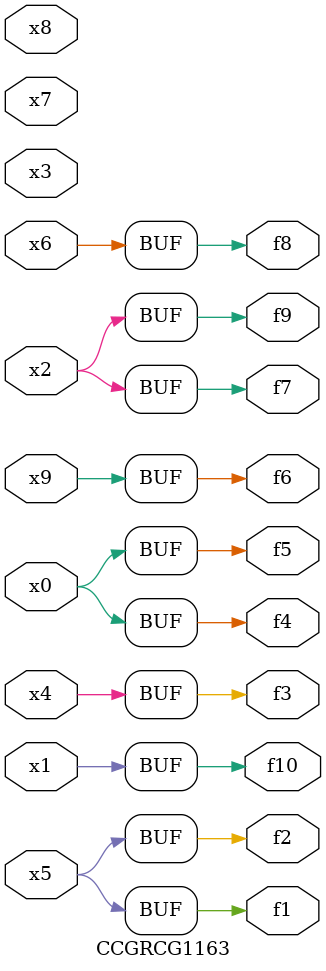
<source format=v>
module CCGRCG1163(
	input x0, x1, x2, x3, x4, x5, x6, x7, x8, x9,
	output f1, f2, f3, f4, f5, f6, f7, f8, f9, f10
);
	assign f1 = x5;
	assign f2 = x5;
	assign f3 = x4;
	assign f4 = x0;
	assign f5 = x0;
	assign f6 = x9;
	assign f7 = x2;
	assign f8 = x6;
	assign f9 = x2;
	assign f10 = x1;
endmodule

</source>
